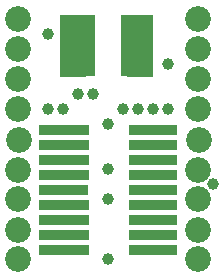
<source format=gbr>
G04 GERBER ASCII OUTPUT FROM: EDWIN 2000 (VER. 1.1 REV. 20011025)*
G04 GERBER FORMAT: RX-274-X*
G04 BOARD: 18_PIN_DIL_ADAPTER*
G04 ARTWORK OF COMP.MASK POSITIVE*
%ASAXBY*%
%FSLAX23Y23*%
%MIA0B0*%
%MOIN*%
%OFA0.0000B0.0000*%
%SFA1B1*%
%IJA0B0*%
%INLAYER1POS*%
%IOA0B0*%
%IPPOS*%
%IR0*%
G04 APERTURE MACROS*
%AMEDWDONUT*
1,1,$1,$2,$3*
1,0,$4,$2,$3*
%
%AMEDWFRECT*
2,1,$1,$2,$3,$4,$5,$6*
%
%AMEDWORECT*
2,1,$1,$2,$3,$4,$5,$10*
2,1,$1,$4,$5,$6,$7,$10*
2,1,$1,$6,$7,$8,$9,$10*
2,1,$1,$8,$9,$2,$3,$10*
1,1,$1,$2,$3*
1,1,$1,$4,$5*
1,1,$1,$6,$7*
1,1,$1,$8,$9*
%
%AMEDWLINER*
2,1,$1,$2,$3,$4,$5,$6*
1,1,$1,$2,$3*
1,1,$1,$4,$5*
%
%AMEDWFTRNG*
4,1,3,$1,$2,$3,$4,$5,$6,$7,$8,$9*
%
%AMEDWATRNG*
4,1,3,$1,$2,$3,$4,$5,$6,$7,$8,$9*
2,1,$11,$1,$2,$3,$4,$10*
2,1,$11,$3,$4,$5,$6,$10*
2,1,$11,$5,$6,$7,$8,$10*
1,1,$11,$3,$4*
1,1,$11,$5,$6*
1,1,$11,$7,$8*
%
%AMEDWOTRNG*
2,1,$1,$2,$3,$4,$5,$8*
2,1,$1,$4,$5,$6,$7,$8*
2,1,$1,$6,$7,$2,$3,$8*
1,1,$1,$2,$3*
1,1,$1,$4,$5*
1,1,$1,$6,$7*
%
G04*
G04 APERTURE LIST*
%ADD10R,0.0750X0.0250*%
%ADD11R,0.0990X0.0490*%
%ADD12R,0.0700X0.0200*%
%ADD13R,0.0940X0.0440*%
%ADD14R,0.0900X0.0350*%
%ADD15R,0.1140X0.0590*%
%ADD16R,0.0800X0.0250*%
%ADD17R,0.1040X0.0490*%
%ADD18R,0.0850X0.0250*%
%ADD19R,0.1090X0.0490*%
%ADD20R,0.0750X0.0150*%
%ADD21R,0.0990X0.0390*%
%ADD22C,0.0010*%
%ADD24C,0.0020*%
%ADD25R,0.0020X0.0020*%
%ADD26C,0.0030*%
%ADD27R,0.0030X0.0030*%
%ADD28C,0.0040*%
%ADD29R,0.0040X0.0040*%
%ADD30C,0.0050*%
%ADD31R,0.0050X0.0050*%
%ADD32C,0.00787*%
%ADD33R,0.00787X0.00787*%
%ADD34C,0.0080*%
%ADD36C,0.0090*%
%ADD37R,0.0090X0.0090*%
%ADD38C,0.00984*%
%ADD39R,0.00984X0.00984*%
%ADD40C,0.0120*%
%ADD42C,0.0130*%
%ADD43R,0.0130X0.0130*%
%ADD44C,0.0150*%
%ADD45R,0.0150X0.0150*%
%ADD46C,0.01969*%
%ADD47R,0.01969X0.01969*%
%ADD48C,0.0250*%
%ADD49R,0.0250X0.0250*%
%ADD50C,0.0290*%
%ADD52C,0.0320*%
%ADD54C,0.0350*%
%ADD55R,0.0350X0.0350*%
%ADD56C,0.0360*%
%ADD58C,0.0370*%
%ADD59R,0.0370X0.0370*%
%ADD60C,0.0390*%
%ADD61R,0.0390X0.0390*%
%ADD62C,0.03937*%
%ADD63R,0.03937X0.03937*%
%ADD64C,0.0400*%
%ADD65R,0.0400X0.0400*%
%ADD66C,0.0470*%
%ADD67R,0.0470X0.0470*%
%ADD68C,0.0480*%
%ADD69R,0.0480X0.0480*%
%ADD70C,0.0490*%
%ADD71R,0.0490X0.0490*%
%ADD72C,0.0500*%
%ADD73R,0.0500X0.0500*%
%ADD74C,0.0560*%
%ADD75R,0.0560X0.0560*%
%ADD76C,0.0570*%
%ADD77R,0.0570X0.0570*%
%ADD78C,0.0580*%
%ADD79R,0.0580X0.0580*%
%ADD80C,0.0590*%
%ADD81R,0.0590X0.0590*%
%ADD82C,0.05906*%
%ADD83R,0.05906X0.05906*%
%ADD84C,0.0600*%
%ADD85R,0.0600X0.0600*%
%ADD86C,0.0620*%
%ADD87R,0.0620X0.0620*%
%ADD88C,0.0630*%
%ADD89R,0.0630X0.0630*%
%ADD90C,0.0640*%
%ADD91R,0.0640X0.0640*%
%ADD92C,0.06693*%
%ADD93R,0.06693X0.06693*%
%ADD94C,0.0670*%
%ADD95R,0.0670X0.0670*%
%ADD96C,0.06906*%
%ADD97R,0.06906X0.06906*%
%ADD98C,0.0700*%
%ADD99R,0.0700X0.0700*%
%ADD100C,0.0710*%
%ADD101R,0.0710X0.0710*%
%ADD102C,0.0720*%
%ADD103R,0.0720X0.0720*%
%ADD104C,0.0730*%
%ADD105R,0.0730X0.0730*%
%ADD106C,0.0740*%
%ADD107R,0.0740X0.0740*%
%ADD108C,0.0750*%
%ADD109R,0.0750X0.0750*%
%ADD110C,0.0800*%
%ADD111R,0.0800X0.0800*%
%ADD112C,0.0810*%
%ADD113R,0.0810X0.0810*%
%ADD114C,0.0820*%
%ADD115R,0.0820X0.0820*%
%ADD116C,0.0840*%
%ADD117R,0.0840X0.0840*%
%ADD118C,0.0850*%
%ADD119R,0.0850X0.0850*%
%ADD120C,0.0860*%
%ADD122C,0.0900*%
%ADD123R,0.0900X0.0900*%
%ADD124C,0.0910*%
%ADD125R,0.0910X0.0910*%
%ADD126C,0.0940*%
%ADD127R,0.0940X0.0940*%
%ADD128C,0.0990*%
%ADD129R,0.0990X0.0990*%
%ADD130C,0.1040*%
%ADD131R,0.1040X0.1040*%
%ADD132C,0.1090*%
%ADD133R,0.1090X0.1090*%
%ADD134C,0.1100*%
%ADD137R,0.1140X0.1140*%
%ADD138C,0.2140*%
%ADD139R,0.2140X0.2140*%
%ADD140C,0.3140*%
%ADD141R,0.3140X0.3140*%
%ADD142C,0.4140*%
%ADD143R,0.4140X0.4140*%
%ADD144C,0.5140*%
%ADD145R,0.5140X0.5140*%
%ADD146C,0.6140*%
%ADD147R,0.6140X0.6140*%
%ADD148C,0.7140*%
%ADD149R,0.7140X0.7140*%
%ADD150C,0.8140*%
%ADD151R,0.8140X0.8140*%
%ADD152C,0.9140*%
%ADD153R,0.9140X0.9140*%
%ADD154C,1.0140*%
%ADD155R,1.0140X1.0140*%
%ADD156C,1.1140*%
%ADD157R,1.1140X1.1140*%
%ADD158C,1.2140*%
%ADD159R,1.2140X1.2140*%
%ADD160C,1.3140*%
%ADD161R,1.3140X1.3140*%
%ADD162C,1.4140*%
%ADD163R,1.4140X1.4140*%
%ADD164C,1.5140*%
%ADD165R,1.5140X1.5140*%
%ADD166C,1.6140*%
%ADD167R,1.6140X1.6140*%
%ADD168C,1.7140*%
%ADD169R,1.7140X1.7140*%
%ADD170C,1.8140*%
%ADD171R,1.8140X1.8140*%
%ADD172C,1.9140*%
%ADD173R,1.9140X1.9140*%
G04*
D10* 
X315Y872D02*D03*
X315Y847D02*D03*
X315Y822D02*D03*
X315Y797D02*D03*
X475Y797D02*D03*
X475Y822D02*D03*
X475Y847D02*D03*
X475Y872D02*D03*
D120*
X96Y872D02*D03*
X96Y772D02*D03*
X96Y672D02*D03*
X96Y572D02*D03*
X98Y470D02*D03*
X96Y371D02*D03*
X96Y273D02*D03*
X96Y169D02*D03*
X96Y72D02*D03*
X696Y872D02*D03*
X696Y772D02*D03*
X696Y672D02*D03*
X696Y572D02*D03*
X698Y470D02*D03*
X696Y371D02*D03*
X696Y273D02*D03*
X696Y169D02*D03*
X696Y72D02*D03*
D14* 
X288Y252D02*D03*
X288Y202D02*D03*
X288Y152D02*D03*
X288Y102D02*D03*
X513Y102D02*D03*
X513Y152D02*D03*
X513Y202D02*D03*
X513Y252D02*D03*
X288Y503D02*D03*
X288Y453D02*D03*
X288Y403D02*D03*
X288Y353D02*D03*
X513Y353D02*D03*
X513Y403D02*D03*
X513Y453D02*D03*
X513Y503D02*D03*
X285Y403D02*D03*
X285Y353D02*D03*
X285Y303D02*D03*
X285Y253D02*D03*
X285Y203D02*D03*
X285Y153D02*D03*
X285Y103D02*D03*
X510Y103D02*D03*
X510Y153D02*D03*
X510Y203D02*D03*
X510Y253D02*D03*
X510Y303D02*D03*
X510Y353D02*D03*
X510Y403D02*D03*
X207Y503D02*D03*
X207Y453D02*D03*
X207Y403D02*D03*
X207Y353D02*D03*
X207Y303D02*D03*
X207Y253D02*D03*
X207Y203D02*D03*
X207Y153D02*D03*
X207Y103D02*D03*
X582Y103D02*D03*
X582Y153D02*D03*
X582Y203D02*D03*
X582Y253D02*D03*
X582Y303D02*D03*
X582Y353D02*D03*
X582Y403D02*D03*
X582Y453D02*D03*
X582Y503D02*D03*
X284Y503D02*D03*
X284Y453D02*D03*
X284Y403D02*D03*
X284Y353D02*D03*
X284Y303D02*D03*
X284Y253D02*D03*
X284Y203D02*D03*
X509Y203D02*D03*
X509Y253D02*D03*
X509Y303D02*D03*
X509Y353D02*D03*
X509Y403D02*D03*
X509Y453D02*D03*
X509Y503D02*D03*
D18* 
X278Y874D02*D03*
X278Y848D02*D03*
X278Y823D02*D03*
X278Y797D02*D03*
X278Y771D02*D03*
X278Y746D02*D03*
X278Y720D02*D03*
X278Y695D02*D03*
X503Y695D02*D03*
X503Y720D02*D03*
X503Y746D02*D03*
X503Y771D02*D03*
X503Y797D02*D03*
X503Y823D02*D03*
X503Y848D02*D03*
X503Y874D02*D03*
D10* 
X315Y772D02*D03*
X315Y747D02*D03*
X315Y722D02*D03*
X315Y697D02*D03*
X475Y697D02*D03*
X475Y722D02*D03*
X475Y747D02*D03*
X475Y772D02*D03*
D62* 
X746Y322D02*D03*
X396Y522D02*D03*
X396Y372D02*D03*
X446Y572D02*D03*
X496Y572D02*D03*
X596Y722D02*D03*
X396Y272D02*D03*
X596Y572D02*D03*
X546Y572D02*D03*
X346Y622D02*D03*
X296Y622D02*D03*
X196Y572D02*D03*
X196Y822D02*D03*
X396Y72D02*D03*
X246Y572D02*D03*
M02*

</source>
